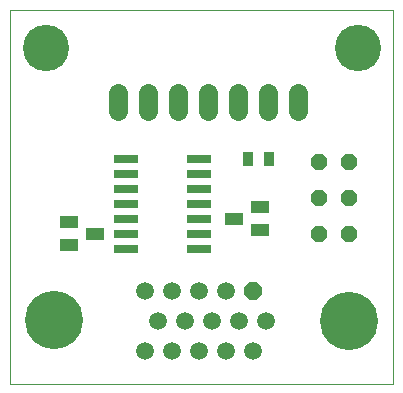
<source format=gts>
G75*
%MOIN*%
%OFA0B0*%
%FSLAX24Y24*%
%IPPOS*%
%LPD*%
%AMOC8*
5,1,8,0,0,1.08239X$1,22.5*
%
%ADD10C,0.0000*%
%ADD11C,0.0594*%
%ADD12OC8,0.0594*%
%ADD13C,0.1940*%
%ADD14R,0.0840X0.0300*%
%ADD15C,0.0640*%
%ADD16OC8,0.0560*%
%ADD17R,0.0355X0.0512*%
%ADD18R,0.0591X0.0434*%
%ADD19C,0.1542*%
D10*
X000480Y004962D02*
X000480Y017432D01*
X013272Y017432D01*
X013272Y004962D01*
X000480Y004962D01*
D11*
X004984Y006062D03*
X005884Y006062D03*
X005434Y007062D03*
X004984Y008062D03*
X005884Y008062D03*
X006334Y007062D03*
X006784Y008062D03*
X007234Y007062D03*
X007684Y008062D03*
X008134Y007062D03*
X007684Y006062D03*
X008584Y006062D03*
X009034Y007062D03*
X006784Y006062D03*
D12*
X008584Y008062D03*
D13*
X011800Y007062D03*
X001960Y007082D03*
D14*
X004370Y009462D03*
X004370Y009962D03*
X004370Y010462D03*
X004370Y010962D03*
X004370Y011462D03*
X004370Y011962D03*
X004370Y012462D03*
X006790Y012462D03*
X006790Y011962D03*
X006790Y011462D03*
X006790Y010962D03*
X006790Y010462D03*
X006790Y009962D03*
X006790Y009462D03*
D15*
X007080Y014062D02*
X007080Y014662D01*
X006080Y014662D02*
X006080Y014062D01*
X005080Y014062D02*
X005080Y014662D01*
X004080Y014662D02*
X004080Y014062D01*
X008080Y014062D02*
X008080Y014662D01*
X009080Y014662D02*
X009080Y014062D01*
X010080Y014062D02*
X010080Y014662D01*
D16*
X010780Y012362D03*
X011780Y012362D03*
X011780Y011162D03*
X010780Y011162D03*
X010780Y009962D03*
X011780Y009962D03*
D17*
X009134Y012462D03*
X008426Y012462D03*
D18*
X008813Y010836D03*
X008813Y010088D03*
X007947Y010462D03*
X003313Y009962D03*
X002447Y010336D03*
X002447Y009588D03*
D19*
X001680Y016162D03*
X012080Y016162D03*
M02*

</source>
